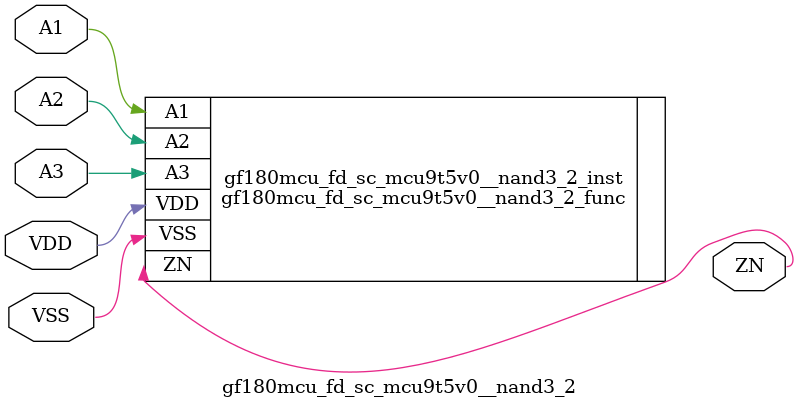
<source format=v>

module gf180mcu_fd_sc_mcu9t5v0__nand3_2( ZN, A3, A2, A1, VDD, VSS );
input A1, A2, A3;
inout VDD, VSS;
output ZN;

   `ifdef FUNCTIONAL  //  functional //

	gf180mcu_fd_sc_mcu9t5v0__nand3_2_func gf180mcu_fd_sc_mcu9t5v0__nand3_2_behav_inst(.ZN(ZN),.A3(A3),.A2(A2),.A1(A1),.VDD(VDD),.VSS(VSS));

   `else

	gf180mcu_fd_sc_mcu9t5v0__nand3_2_func gf180mcu_fd_sc_mcu9t5v0__nand3_2_inst(.ZN(ZN),.A3(A3),.A2(A2),.A1(A1),.VDD(VDD),.VSS(VSS));

	// spec_gates_begin


	// spec_gates_end



   specify

	// specify_block_begin

	// comb arc A1 --> ZN
	 (A1 => ZN) = (1.0,1.0);

	// comb arc A2 --> ZN
	 (A2 => ZN) = (1.0,1.0);

	// comb arc A3 --> ZN
	 (A3 => ZN) = (1.0,1.0);

	// specify_block_end

   endspecify

   `endif

endmodule

</source>
